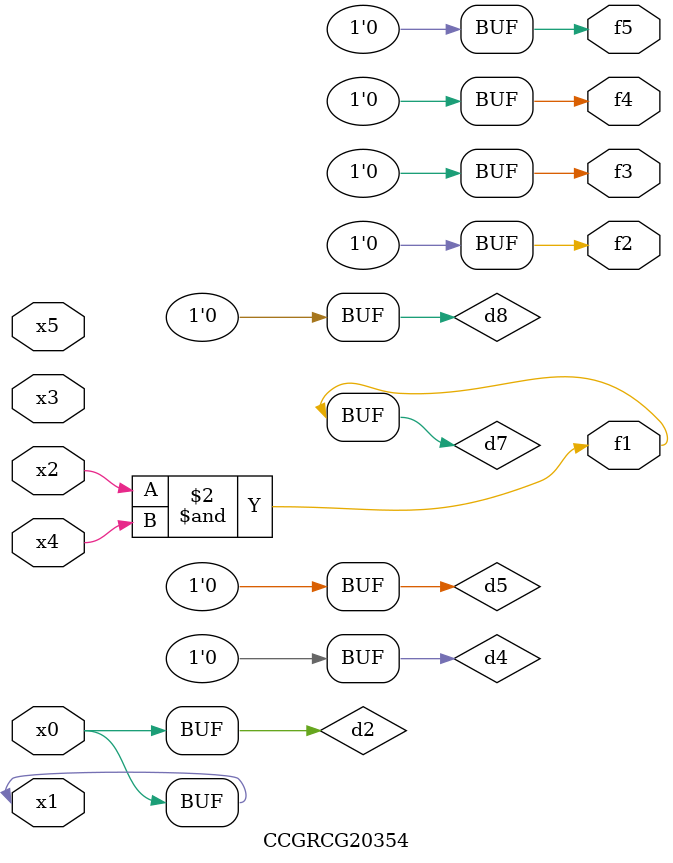
<source format=v>
module CCGRCG20354(
	input x0, x1, x2, x3, x4, x5,
	output f1, f2, f3, f4, f5
);

	wire d1, d2, d3, d4, d5, d6, d7, d8, d9;

	nand (d1, x1);
	buf (d2, x0, x1);
	nand (d3, x2, x4);
	and (d4, d1, d2);
	and (d5, d1, d2);
	nand (d6, d1, d3);
	not (d7, d3);
	xor (d8, d5);
	nor (d9, d5, d6);
	assign f1 = d7;
	assign f2 = d8;
	assign f3 = d8;
	assign f4 = d8;
	assign f5 = d8;
endmodule

</source>
